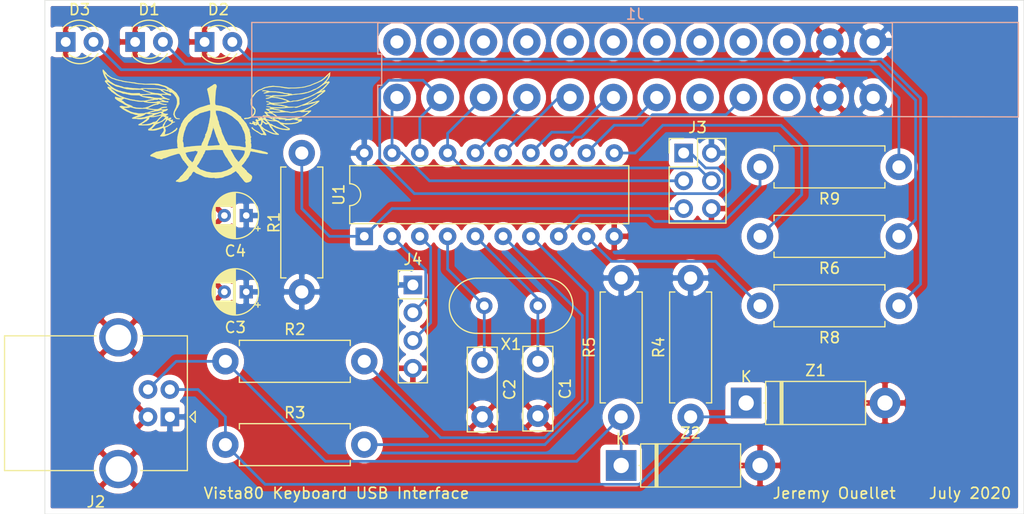
<source format=kicad_pcb>
(kicad_pcb (version 20171130) (host pcbnew "(5.1.6)-1")
  (layers (0 F.Cu signal) (31 B.Cu signal) (34 B.Paste user) (35 F.Paste user) (36 B.SilkS user) (37 F.SilkS user) (38 B.Mask user) (39 F.Mask user) (44 Edge.Cuts user))
  (net 0 "")
  (net 1 GND)
  (net 2 "Net-(C1-Pad1)")
  (net 3 "Net-(C2-Pad1)")
  (net 4 +5V)
  (net 5 "Net-(D1-Pad2)")
  (net 6 "Net-(D2-Pad2)")
  (net 7 "Net-(D3-Pad2)")
  (net 8 "Net-(J1-Pad10)")
  (net 9 "Net-(J1-Pad15)")
  (net 10 "Net-(J1-Pad9)")
  (net 11 "Net-(J1-Pad16)")
  (net 12 "Net-(J1-Pad8)")
  (net 13 "Net-(J1-Pad17)")
  (net 14 "Net-(J1-Pad7)")
  (net 15 "Net-(J1-Pad18)")
  (net 16 "Net-(J1-Pad6)")
  (net 17 "Net-(J1-Pad19)")
  (net 18 "Net-(J1-Pad5)")
  (net 19 "Net-(J1-Pad20)")
  (net 20 "Net-(J1-Pad4)")
  (net 21 "Net-(J1-Pad21)")
  (net 22 "Net-(J1-Pad3)")
  (net 23 "Net-(J1-Pad22)")
  (net 24 "Net-(J1-Pad2)")
  (net 25 "Net-(J1-Pad23)")
  (net 26 "Net-(J1-Pad1)")
  (net 27 "Net-(J1-Pad24)")
  (net 28 "Net-(J2-Pad3)")
  (net 29 "Net-(J2-Pad2)")
  (net 30 RST)
  (net 31 T2)
  (net 32 T1)
  (net 33 D+)
  (net 34 D-)
  (net 35 "Net-(R6-Pad2)")
  (net 36 "Net-(R8-Pad2)")
  (net 37 "Net-(R9-Pad2)")
  (module CardEdge:DIP-24_200 (layer B.Cu) (at 143.51 73.66)
    (fp_text reference J1 (at 0 -5.08) (layer B.SilkS) (effects (justify mirror)))
    (fp_text value CardEdge24)
    (pad 12 thru_hole circle (at 21.78 -2.54) (size 2.5 2.5) (drill 1.2) (layers *.Cu *.Mask) (net 4 +5V))
    (pad 13 thru_hole circle (at 21.78 2.54) (size 2.5 2.5) (drill 1.2) (layers *.Cu *.Mask) (net 4 +5V))
    (pad 11 thru_hole circle (at 17.82 -2.54) (size 2.5 2.5) (drill 1.2) (layers *.Cu *.Mask) (net 1 GND))
    (pad 14 thru_hole circle (at 17.82 2.54) (size 2.5 2.5) (drill 1.2) (layers *.Cu *.Mask) (net 1 GND))
    (pad 10 thru_hole circle (at 13.86 -2.54) (size 2.5 2.5) (drill 1.2) (layers *.Cu *.Mask) (net 8 "Net-(J1-Pad10)"))
    (pad 15 thru_hole circle (at 13.86 2.54) (size 2.5 2.5) (drill 1.2) (layers *.Cu *.Mask) (net 9 "Net-(J1-Pad15)"))
    (pad 9 thru_hole circle (at 9.9 -2.54) (size 2.5 2.5) (drill 1.2) (layers *.Cu *.Mask) (net 10 "Net-(J1-Pad9)"))
    (pad 16 thru_hole circle (at 9.9 2.54) (size 2.5 2.5) (drill 1.2) (layers *.Cu *.Mask) (net 11 "Net-(J1-Pad16)"))
    (pad 8 thru_hole circle (at 5.94 -2.54) (size 2.5 2.5) (drill 1.2) (layers *.Cu *.Mask) (net 12 "Net-(J1-Pad8)"))
    (pad 17 thru_hole circle (at 5.94 2.54) (size 2.5 2.5) (drill 1.2) (layers *.Cu *.Mask) (net 13 "Net-(J1-Pad17)"))
    (pad 7 thru_hole circle (at 1.98 -2.54) (size 2.5 2.5) (drill 1.2) (layers *.Cu *.Mask) (net 14 "Net-(J1-Pad7)"))
    (pad 18 thru_hole circle (at 1.98 2.54) (size 2.5 2.5) (drill 1.2) (layers *.Cu *.Mask) (net 15 "Net-(J1-Pad18)"))
    (pad 6 thru_hole circle (at -1.98 -2.54) (size 2.5 2.5) (drill 1.2) (layers *.Cu *.Mask) (net 16 "Net-(J1-Pad6)"))
    (pad 19 thru_hole circle (at -1.98 2.54) (size 2.5 2.5) (drill 1.2) (layers *.Cu *.Mask) (net 17 "Net-(J1-Pad19)"))
    (pad 5 thru_hole circle (at -5.94 -2.54) (size 2.5 2.5) (drill 1.2) (layers *.Cu *.Mask) (net 18 "Net-(J1-Pad5)"))
    (pad 20 thru_hole circle (at -5.94 2.54) (size 2.5 2.5) (drill 1.2) (layers *.Cu *.Mask) (net 19 "Net-(J1-Pad20)"))
    (pad 4 thru_hole circle (at -9.9 -2.54) (size 2.5 2.5) (drill 1.2) (layers *.Cu *.Mask) (net 20 "Net-(J1-Pad4)"))
    (pad 21 thru_hole circle (at -9.9 2.54) (size 2.5 2.5) (drill 1.2) (layers *.Cu *.Mask) (net 21 "Net-(J1-Pad21)"))
    (pad 3 thru_hole circle (at -13.86 -2.54) (size 2.5 2.5) (drill 1.2) (layers *.Cu *.Mask) (net 22 "Net-(J1-Pad3)"))
    (pad 22 thru_hole circle (at -13.86 2.54) (size 2.5 2.5) (drill 1.2) (layers *.Cu *.Mask) (net 23 "Net-(J1-Pad22)"))
    (pad 2 thru_hole circle (at -17.82 -2.54) (size 2.5 2.5) (drill 1.2) (layers *.Cu *.Mask) (net 24 "Net-(J1-Pad2)"))
    (pad 23 thru_hole circle (at -17.82 2.54) (size 2.5 2.5) (drill 1.2) (layers *.Cu *.Mask) (net 25 "Net-(J1-Pad23)"))
    (pad 1 thru_hole circle (at -21.78 -2.54) (size 2.5 2.5) (drill 1.2) (layers *.Cu *.Mask) (net 26 "Net-(J1-Pad1)"))
    (pad 24 thru_hole circle (at -21.78 2.54) (size 2.5 2.5) (drill 1.2) (layers *.Cu *.Mask) (net 27 "Net-(J1-Pad24)"))
  )
  (module CardEdge:logo (layer F.Cu) (at 105.41 79.375)
    (fp_text reference G*** hide)
    (fp_text value LOGO hide)
  )
  (module Diode_THT:D_5W_P12.70mm_Horizontal (layer F.Cu) (at 142.24 109.855)
    (fp_text reference Z2 (at 6.35 -2.97) (layer F.SilkS))
    (fp_text value 3V6)
    (fp_text user K (at 0 -2.4) (layer F.SilkS))
    (pad 2 thru_hole oval (at 12.7 0) (size 2.8 2.8) (drill 1.4) (layers *.Cu *.Mask) (net 1 GND))
    (pad 1 thru_hole rect (at 0 0) (size 2.8 2.8) (drill 1.4) (layers *.Cu *.Mask) (net 28 "Net-(J2-Pad3)"))
  )
  (module Diode_THT:D_5W_P12.70mm_Horizontal (layer F.Cu) (at 153.67 104.14)
    (fp_text reference Z1 (at 6.35 -2.97) (layer F.SilkS))
    (fp_text value 3V6)
    (fp_text user K (at 0 -2.4) (layer F.SilkS))
    (pad 2 thru_hole oval (at 12.7 0) (size 2.8 2.8) (drill 1.4) (layers *.Cu *.Mask) (net 1 GND))
    (pad 1 thru_hole rect (at 0 0) (size 2.8 2.8) (drill 1.4) (layers *.Cu *.Mask) (net 29 "Net-(J2-Pad2)"))
  )
  (module Crystal:Crystal_HC18-U_Vertical (layer F.Cu) (at 134.62 95.25 180)
    (fp_text reference X1 (at 2.45 -3.525) (layer F.SilkS))
    (fp_text value 12Mhz)
    (pad 2 thru_hole circle (at 4.9 0 180) (size 1.5 1.5) (drill 0.8) (layers *.Cu *.Mask) (net 3 "Net-(C2-Pad1)"))
    (pad 1 thru_hole circle (at 0 0 180) (size 1.5 1.5) (drill 0.8) (layers *.Cu *.Mask) (net 2 "Net-(C1-Pad1)"))
  )
  (module Package_DIP:DIP-20_W7.62mm (layer F.Cu) (at 118.745 88.9 90)
    (fp_text reference U1 (at 3.81 -2.33 90) (layer F.SilkS))
    (fp_text value ATtiny4313-PU)
    (pad 20 thru_hole oval (at 7.62 0 90) (size 1.6 1.6) (drill 0.8) (layers *.Cu *.Mask) (net 4 +5V))
    (pad 10 thru_hole oval (at 0 22.86 90) (size 1.6 1.6) (drill 0.8) (layers *.Cu *.Mask) (net 1 GND))
    (pad 19 thru_hole oval (at 7.62 2.54 90) (size 1.6 1.6) (drill 0.8) (layers *.Cu *.Mask) (net 27 "Net-(J1-Pad24)"))
    (pad 9 thru_hole oval (at 0 20.32 90) (size 1.6 1.6) (drill 0.8) (layers *.Cu *.Mask) (net 36 "Net-(R8-Pad2)"))
    (pad 18 thru_hole oval (at 7.62 5.08 90) (size 1.6 1.6) (drill 0.8) (layers *.Cu *.Mask) (net 25 "Net-(J1-Pad23)"))
    (pad 8 thru_hole oval (at 0 17.78 90) (size 1.6 1.6) (drill 0.8) (layers *.Cu *.Mask) (net 37 "Net-(R9-Pad2)"))
    (pad 17 thru_hole oval (at 7.62 7.62 90) (size 1.6 1.6) (drill 0.8) (layers *.Cu *.Mask) (net 23 "Net-(J1-Pad22)"))
    (pad 7 thru_hole oval (at 0 15.24 90) (size 1.6 1.6) (drill 0.8) (layers *.Cu *.Mask) (net 34 D-))
    (pad 16 thru_hole oval (at 7.62 10.16 90) (size 1.6 1.6) (drill 0.8) (layers *.Cu *.Mask) (net 21 "Net-(J1-Pad21)"))
    (pad 6 thru_hole oval (at 0 12.7 90) (size 1.6 1.6) (drill 0.8) (layers *.Cu *.Mask) (net 33 D+))
    (pad 15 thru_hole oval (at 7.62 12.7 90) (size 1.6 1.6) (drill 0.8) (layers *.Cu *.Mask) (net 19 "Net-(J1-Pad20)"))
    (pad 5 thru_hole oval (at 0 10.16 90) (size 1.6 1.6) (drill 0.8) (layers *.Cu *.Mask) (net 2 "Net-(C1-Pad1)"))
    (pad 14 thru_hole oval (at 7.62 15.24 90) (size 1.6 1.6) (drill 0.8) (layers *.Cu *.Mask) (net 17 "Net-(J1-Pad19)"))
    (pad 4 thru_hole oval (at 0 7.62 90) (size 1.6 1.6) (drill 0.8) (layers *.Cu *.Mask) (net 3 "Net-(C2-Pad1)"))
    (pad 13 thru_hole oval (at 7.62 17.78 90) (size 1.6 1.6) (drill 0.8) (layers *.Cu *.Mask) (net 15 "Net-(J1-Pad18)"))
    (pad 3 thru_hole oval (at 0 5.08 90) (size 1.6 1.6) (drill 0.8) (layers *.Cu *.Mask) (net 31 T2))
    (pad 12 thru_hole oval (at 7.62 20.32 90) (size 1.6 1.6) (drill 0.8) (layers *.Cu *.Mask) (net 11 "Net-(J1-Pad16)"))
    (pad 2 thru_hole oval (at 0 2.54 90) (size 1.6 1.6) (drill 0.8) (layers *.Cu *.Mask) (net 32 T1))
    (pad 11 thru_hole oval (at 7.62 22.86 90) (size 1.6 1.6) (drill 0.8) (layers *.Cu *.Mask) (net 35 "Net-(R6-Pad2)"))
    (pad 1 thru_hole rect (at 0 0 90) (size 1.6 1.6) (drill 0.8) (layers *.Cu *.Mask) (net 30 RST))
  )
  (module Resistor_THT:R_Axial_DIN0411_L9.9mm_D3.6mm_P12.70mm_Horizontal (layer F.Cu) (at 167.64 82.55 180)
    (fp_text reference R9 (at 6.35 -2.92) (layer F.SilkS))
    (fp_text value 220R)
    (pad 2 thru_hole oval (at 12.7 0 180) (size 2.4 2.4) (drill 1.2) (layers *.Cu *.Mask) (net 37 "Net-(R9-Pad2)"))
    (pad 1 thru_hole circle (at 0 0 180) (size 2.4 2.4) (drill 1.2) (layers *.Cu *.Mask) (net 7 "Net-(D3-Pad2)"))
  )
  (module Resistor_THT:R_Axial_DIN0411_L9.9mm_D3.6mm_P12.70mm_Horizontal (layer F.Cu) (at 167.64 95.25 180)
    (fp_text reference R8 (at 6.35 -2.92) (layer F.SilkS))
    (fp_text value 220R)
    (pad 2 thru_hole oval (at 12.7 0 180) (size 2.4 2.4) (drill 1.2) (layers *.Cu *.Mask) (net 36 "Net-(R8-Pad2)"))
    (pad 1 thru_hole circle (at 0 0 180) (size 2.4 2.4) (drill 1.2) (layers *.Cu *.Mask) (net 6 "Net-(D2-Pad2)"))
  )
  (module Resistor_THT:R_Axial_DIN0411_L9.9mm_D3.6mm_P12.70mm_Horizontal (layer F.Cu) (at 167.64 88.9 180)
    (fp_text reference R6 (at 6.35 -2.92) (layer F.SilkS))
    (fp_text value 220R)
    (pad 2 thru_hole oval (at 12.7 0 180) (size 2.4 2.4) (drill 1.2) (layers *.Cu *.Mask) (net 35 "Net-(R6-Pad2)"))
    (pad 1 thru_hole circle (at 0 0 180) (size 2.4 2.4) (drill 1.2) (layers *.Cu *.Mask) (net 5 "Net-(D1-Pad2)"))
  )
  (module Resistor_THT:R_Axial_DIN0411_L9.9mm_D3.6mm_P12.70mm_Horizontal (layer F.Cu) (at 142.24 105.41 90)
    (fp_text reference R5 (at 6.35 -2.92 90) (layer F.SilkS))
    (fp_text value 1M)
    (pad 2 thru_hole oval (at 12.7 0 90) (size 2.4 2.4) (drill 1.2) (layers *.Cu *.Mask) (net 4 +5V))
    (pad 1 thru_hole circle (at 0 0 90) (size 2.4 2.4) (drill 1.2) (layers *.Cu *.Mask) (net 28 "Net-(J2-Pad3)"))
  )
  (module Resistor_THT:R_Axial_DIN0411_L9.9mm_D3.6mm_P12.70mm_Horizontal (layer F.Cu) (at 148.59 105.41 90)
    (fp_text reference R4 (at 6.35 -2.92 90) (layer F.SilkS))
    (fp_text value 1K5)
    (pad 2 thru_hole oval (at 12.7 0 90) (size 2.4 2.4) (drill 1.2) (layers *.Cu *.Mask) (net 4 +5V))
    (pad 1 thru_hole circle (at 0 0 90) (size 2.4 2.4) (drill 1.2) (layers *.Cu *.Mask) (net 29 "Net-(J2-Pad2)"))
  )
  (module Resistor_THT:R_Axial_DIN0411_L9.9mm_D3.6mm_P12.70mm_Horizontal (layer F.Cu) (at 106.045 107.95)
    (fp_text reference R3 (at 6.35 -2.92) (layer F.SilkS))
    (fp_text value 68R)
    (pad 2 thru_hole oval (at 12.7 0) (size 2.4 2.4) (drill 1.2) (layers *.Cu *.Mask) (net 34 D-))
    (pad 1 thru_hole circle (at 0 0) (size 2.4 2.4) (drill 1.2) (layers *.Cu *.Mask) (net 29 "Net-(J2-Pad2)"))
  )
  (module Resistor_THT:R_Axial_DIN0411_L9.9mm_D3.6mm_P12.70mm_Horizontal (layer F.Cu) (at 106.045 100.33)
    (fp_text reference R2 (at 6.35 -2.92) (layer F.SilkS))
    (fp_text value 68R)
    (pad 2 thru_hole oval (at 12.7 0) (size 2.4 2.4) (drill 1.2) (layers *.Cu *.Mask) (net 33 D+))
    (pad 1 thru_hole circle (at 0 0) (size 2.4 2.4) (drill 1.2) (layers *.Cu *.Mask) (net 28 "Net-(J2-Pad3)"))
  )
  (module Resistor_THT:R_Axial_DIN0411_L9.9mm_D3.6mm_P12.70mm_Horizontal (layer F.Cu) (at 113.03 81.28 270)
    (fp_text reference R1 (at 6.35 2.54 90) (layer F.SilkS))
    (fp_text value 4K7)
    (pad 2 thru_hole oval (at 12.7 0 270) (size 2.4 2.4) (drill 1.2) (layers *.Cu *.Mask) (net 4 +5V))
    (pad 1 thru_hole circle (at 0 0 270) (size 2.4 2.4) (drill 1.2) (layers *.Cu *.Mask) (net 30 RST))
  )
  (module Connector_PinHeader_2.54mm:PinHeader_1x04_P2.54mm_Vertical (layer F.Cu) (at 123.19 93.345)
    (fp_text reference J4 (at 0 -2.33) (layer F.SilkS))
    (fp_text value Test)
    (pad 1 thru_hole rect (at 0 0) (size 1.7 1.7) (drill 1) (layers *.Cu *.Mask) (net 4 +5V))
    (pad 2 thru_hole oval (at 0 2.54) (size 1.7 1.7) (drill 1) (layers *.Cu *.Mask) (net 32 T1))
    (pad 3 thru_hole oval (at 0 5.08) (size 1.7 1.7) (drill 1) (layers *.Cu *.Mask) (net 31 T2))
    (pad 4 thru_hole oval (at 0 7.62) (size 1.7 1.7) (drill 1) (layers *.Cu *.Mask) (net 1 GND))
  )
  (module Connector_PinHeader_2.54mm:PinHeader_2x03_P2.54mm_Vertical (layer F.Cu) (at 147.955 81.28)
    (fp_text reference J3 (at 1.27 -2.33) (layer F.SilkS))
    (fp_text value ISP)
    (pad 6 thru_hole oval (at 2.54 5.08) (size 1.7 1.7) (drill 1) (layers *.Cu *.Mask) (net 1 GND))
    (pad 5 thru_hole oval (at 0 5.08) (size 1.7 1.7) (drill 1) (layers *.Cu *.Mask) (net 30 RST))
    (pad 4 thru_hole oval (at 2.54 2.54) (size 1.7 1.7) (drill 1) (layers *.Cu *.Mask) (net 23 "Net-(J1-Pad22)"))
    (pad 3 thru_hole oval (at 0 2.54) (size 1.7 1.7) (drill 1) (layers *.Cu *.Mask) (net 27 "Net-(J1-Pad24)"))
    (pad 2 thru_hole oval (at 2.54 0) (size 1.7 1.7) (drill 1) (layers *.Cu *.Mask) (net 4 +5V))
    (pad 1 thru_hole rect (at 0 0) (size 1.7 1.7) (drill 1) (layers *.Cu *.Mask) (net 25 "Net-(J1-Pad23)"))
  )
  (module Connector_USB:USB_B_OST_USB-B1HSxx_Horizontal (layer F.Cu) (at 100.965 105.41 180)
    (fp_text reference J2 (at 6.76 -7.77) (layer F.SilkS))
    (fp_text value USB)
    (pad 5 thru_hole circle (at 4.71 7.27 180) (size 3.5 3.5) (drill 2.33) (layers *.Cu *.Mask) (net 1 GND))
    (pad 5 thru_hole circle (at 4.71 -4.77 180) (size 3.5 3.5) (drill 2.33) (layers *.Cu *.Mask) (net 1 GND))
    (pad 4 thru_hole circle (at 2 0 180) (size 1.7 1.7) (drill 0.92) (layers *.Cu *.Mask) (net 1 GND))
    (pad 3 thru_hole circle (at 2 2.5 180) (size 1.7 1.7) (drill 0.92) (layers *.Cu *.Mask) (net 28 "Net-(J2-Pad3)"))
    (pad 2 thru_hole circle (at 0 2.5 180) (size 1.7 1.7) (drill 0.92) (layers *.Cu *.Mask) (net 29 "Net-(J2-Pad2)"))
    (pad 1 thru_hole rect (at 0 0 180) (size 1.7 1.7) (drill 0.92) (layers *.Cu *.Mask) (net 4 +5V))
  )
  (module LED_THT:LED_D3.0mm (layer F.Cu) (at 91.44 71.12)
    (fp_text reference D3 (at 1.27 -2.96) (layer F.SilkS))
    (fp_text value SCROLL)
    (pad 1 thru_hole rect (at 0 0) (size 1.8 1.8) (drill 0.9) (layers *.Cu *.Mask) (net 1 GND))
    (pad 2 thru_hole circle (at 2.54 0) (size 1.8 1.8) (drill 0.9) (layers *.Cu *.Mask) (net 7 "Net-(D3-Pad2)"))
  )
  (module LED_THT:LED_D3.0mm (layer F.Cu) (at 104.14 71.12)
    (fp_text reference D2 (at 1.27 -2.96) (layer F.SilkS))
    (fp_text value NUM)
    (pad 1 thru_hole rect (at 0 0) (size 1.8 1.8) (drill 0.9) (layers *.Cu *.Mask) (net 1 GND))
    (pad 2 thru_hole circle (at 2.54 0) (size 1.8 1.8) (drill 0.9) (layers *.Cu *.Mask) (net 6 "Net-(D2-Pad2)"))
  )
  (module LED_THT:LED_D3.0mm (layer F.Cu) (at 97.79 71.12)
    (fp_text reference D1 (at 1.27 -2.96) (layer F.SilkS))
    (fp_text value CAPS)
    (pad 1 thru_hole rect (at 0 0) (size 1.8 1.8) (drill 0.9) (layers *.Cu *.Mask) (net 1 GND))
    (pad 2 thru_hole circle (at 2.54 0) (size 1.8 1.8) (drill 0.9) (layers *.Cu *.Mask) (net 5 "Net-(D1-Pad2)"))
  )
  (module Capacitor_THT:CP_Radial_D4.0mm_P2.00mm (layer F.Cu) (at 107.95 86.995 180)
    (fp_text reference C4 (at 1 -3.25) (layer F.SilkS))
    (fp_text value 0.1uF)
    (pad 2 thru_hole circle (at 2 0 180) (size 1.2 1.2) (drill 0.6) (layers *.Cu *.Mask) (net 1 GND))
    (pad 1 thru_hole rect (at 0 0 180) (size 1.2 1.2) (drill 0.6) (layers *.Cu *.Mask) (net 4 +5V))
  )
  (module Capacitor_THT:CP_Radial_D4.0mm_P2.00mm (layer F.Cu) (at 107.95 93.98 180)
    (fp_text reference C3 (at 1 -3.25) (layer F.SilkS))
    (fp_text value 10uF)
    (pad 2 thru_hole circle (at 2 0 180) (size 1.2 1.2) (drill 0.6) (layers *.Cu *.Mask) (net 1 GND))
    (pad 1 thru_hole rect (at 0 0 180) (size 1.2 1.2) (drill 0.6) (layers *.Cu *.Mask) (net 4 +5V))
  )
  (module Capacitor_THT:C_Disc_D7.5mm_W2.5mm_P5.00mm (layer F.Cu) (at 129.54 100.41 270)
    (fp_text reference C2 (at 2.5 -2.5 90) (layer F.SilkS))
    (fp_text value 27pF)
    (pad 2 thru_hole circle (at 5 0 270) (size 2 2) (drill 1) (layers *.Cu *.Mask) (net 1 GND))
    (pad 1 thru_hole circle (at 0 0 270) (size 2 2) (drill 1) (layers *.Cu *.Mask) (net 3 "Net-(C2-Pad1)"))
  )
  (module Capacitor_THT:C_Disc_D7.5mm_W2.5mm_P5.00mm (layer F.Cu) (at 134.62 100.33 270)
    (fp_text reference C1 (at 2.5 -2.5 90) (layer F.SilkS))
    (fp_text value 27pF)
    (pad 2 thru_hole circle (at 5 0 270) (size 2 2) (drill 1) (layers *.Cu *.Mask) (net 1 GND))
    (pad 1 thru_hole circle (at 0 0 270) (size 2 2) (drill 1) (layers *.Cu *.Mask) (net 2 "Net-(C1-Pad1)"))
  )
  (gr_line (start 179.07 67.31) (end 89.535 67.31) (layer Edge.Cuts) (width 0.05))
  (gr_line (start 179.07 114.3) (end 179.07 67.31) (layer Edge.Cuts) (width 0.05))
  (gr_line (start 89.535 114.3) (end 179.07 114.3) (layer Edge.Cuts) (width 0.05))
  (gr_line (start 89.535 67.31) (end 89.535 114.3) (layer Edge.Cuts) (width 0.05))
  (gr_text "Jeremy Ouellet    July 2020" (at 167.005 112.395) (layer F.SilkS) (effects (font (size 1 1))))
  (gr_text "Vista80 Keyboard USB Interface" (at 116.205 112.395) (layer F.SilkS) (effects (font (size 1 1))))
  (segment (start 134.62 94.615) (end 134.62 95.25) (width 0.25) (layer B.Cu) (net 2))
  (segment (start 128.905 88.9) (end 134.62 94.615) (width 0.25) (layer B.Cu) (net 2))
  (segment (start 134.62 95.25) (end 134.62 100.33) (width 0.25) (layer B.Cu) (net 2))
  (segment (start 126.365 91.895) (end 129.72 95.25) (width 0.25) (layer B.Cu) (net 3))
  (segment (start 126.365 88.9) (end 126.365 91.895) (width 0.25) (layer B.Cu) (net 3))
  (segment (start 129.72 100.23) (end 129.54 100.41) (width 0.25) (layer B.Cu) (net 3))
  (segment (start 129.72 95.25) (end 129.72 100.23) (width 0.25) (layer B.Cu) (net 3))
  (segment (start 165.29 71.12) (end 167.64 71.12) (width 0.75) (layer B.Cu) (net 4))
  (segment (start 169.165001 76.455001) (end 165.855011 73.145011) (width 0.25) (layer B.Cu) (net 5))
  (segment (start 167.64 88.9) (end 169.165001 87.374999) (width 0.25) (layer B.Cu) (net 5))
  (segment (start 169.165001 87.374999) (end 169.165001 76.455001) (width 0.25) (layer B.Cu) (net 5))
  (segment (start 102.355011 73.145011) (end 100.33 71.12) (width 0.25) (layer B.Cu) (net 5))
  (segment (start 165.855011 73.145011) (end 102.355011 73.145011) (width 0.25) (layer B.Cu) (net 5))
  (segment (start 169.61501 76.2686) (end 166.041411 72.695001) (width 0.25) (layer B.Cu) (net 6))
  (segment (start 169.61501 93.27499) (end 169.61501 76.2686) (width 0.25) (layer B.Cu) (net 6))
  (segment (start 167.64 95.25) (end 169.61501 93.27499) (width 0.25) (layer B.Cu) (net 6))
  (segment (start 108.255001 72.695001) (end 106.68 71.12) (width 0.25) (layer B.Cu) (net 6))
  (segment (start 166.041411 72.695001) (end 108.255001 72.695001) (width 0.25) (layer B.Cu) (net 6))
  (segment (start 167.64 76.218998) (end 165.081002 73.66) (width 0.25) (layer B.Cu) (net 7))
  (segment (start 167.64 82.55) (end 167.64 76.218998) (width 0.25) (layer B.Cu) (net 7))
  (segment (start 96.52 73.66) (end 93.98 71.12) (width 0.25) (layer B.Cu) (net 7))
  (segment (start 165.081002 73.66) (end 96.52 73.66) (width 0.25) (layer B.Cu) (net 7))
  (segment (start 151.834999 77.775001) (end 145.109999 77.775001) (width 0.25) (layer B.Cu) (net 11))
  (segment (start 153.41 76.2) (end 151.834999 77.775001) (width 0.25) (layer B.Cu) (net 11))
  (segment (start 145.109999 77.775001) (end 144.145 78.74) (width 0.25) (layer B.Cu) (net 11))
  (segment (start 141.605 78.74) (end 139.065 81.28) (width 0.25) (layer B.Cu) (net 11))
  (segment (start 144.145 78.74) (end 141.605 78.74) (width 0.25) (layer B.Cu) (net 11))
  (segment (start 137.979991 79.825009) (end 138.614991 79.825009) (width 0.25) (layer B.Cu) (net 15))
  (segment (start 136.525 81.28) (end 137.979991 79.825009) (width 0.25) (layer B.Cu) (net 15))
  (segment (start 138.614991 79.825009) (end 140.335 78.105) (width 0.25) (layer B.Cu) (net 15))
  (segment (start 143.585 78.105) (end 145.49 76.2) (width 0.25) (layer B.Cu) (net 15))
  (segment (start 140.335 78.105) (end 143.585 78.105) (width 0.25) (layer B.Cu) (net 15))
  (segment (start 140.97 76.2) (end 141.53 76.2) (width 0.25) (layer B.Cu) (net 17))
  (segment (start 137.795 79.375) (end 140.97 76.2) (width 0.25) (layer B.Cu) (net 17))
  (segment (start 133.985 81.28) (end 135.89 79.375) (width 0.25) (layer B.Cu) (net 17))
  (segment (start 135.89 79.375) (end 137.795 79.375) (width 0.25) (layer B.Cu) (net 17))
  (segment (start 136.525 76.2) (end 137.57 76.2) (width 0.25) (layer B.Cu) (net 19))
  (segment (start 131.445 81.28) (end 136.525 76.2) (width 0.25) (layer B.Cu) (net 19))
  (segment (start 133.61 76.575) (end 133.61 76.2) (width 0.25) (layer B.Cu) (net 21))
  (segment (start 128.905 81.28) (end 133.61 76.575) (width 0.25) (layer B.Cu) (net 21))
  (segment (start 126.365 79.485) (end 129.65 76.2) (width 0.25) (layer B.Cu) (net 23))
  (segment (start 126.365 81.28) (end 126.365 79.485) (width 0.25) (layer B.Cu) (net 23))
  (segment (start 127.729999 82.644999) (end 126.365 81.28) (width 0.25) (layer B.Cu) (net 23))
  (segment (start 149.319999 82.644999) (end 127.729999 82.644999) (width 0.25) (layer B.Cu) (net 23))
  (segment (start 150.495 83.82) (end 149.319999 82.644999) (width 0.25) (layer B.Cu) (net 23))
  (segment (start 120.973999 74.624999) (end 124.114999 74.624999) (width 0.25) (layer B.Cu) (net 25))
  (segment (start 124.114999 74.624999) (end 125.69 76.2) (width 0.25) (layer B.Cu) (net 25))
  (segment (start 120.154999 75.443999) (end 120.973999 74.624999) (width 0.25) (layer B.Cu) (net 25))
  (segment (start 120.154999 81.815001) (end 120.154999 75.443999) (width 0.25) (layer B.Cu) (net 25))
  (segment (start 123.334999 84.995001) (end 120.154999 81.815001) (width 0.25) (layer B.Cu) (net 25))
  (segment (start 151.059001 84.995001) (end 123.334999 84.995001) (width 0.25) (layer B.Cu) (net 25))
  (segment (start 151.670001 84.384001) (end 151.059001 84.995001) (width 0.25) (layer B.Cu) (net 25))
  (segment (start 151.670001 83.255999) (end 151.670001 84.384001) (width 0.25) (layer B.Cu) (net 25))
  (segment (start 151.059001 82.644999) (end 151.670001 83.255999) (width 0.25) (layer B.Cu) (net 25))
  (segment (start 149.956409 82.644999) (end 151.059001 82.644999) (width 0.25) (layer B.Cu) (net 25))
  (segment (start 148.59141 81.28) (end 149.956409 82.644999) (width 0.25) (layer B.Cu) (net 25))
  (segment (start 147.955 81.28) (end 148.59141 81.28) (width 0.25) (layer B.Cu) (net 25))
  (segment (start 125.69 76.2) (end 123.825 78.065) (width 0.25) (layer B.Cu) (net 25))
  (segment (start 123.825 78.065) (end 123.825 81.28) (width 0.25) (layer B.Cu) (net 25))
  (segment (start 121.285 76.645) (end 121.73 76.2) (width 0.25) (layer B.Cu) (net 27))
  (segment (start 121.285 81.28) (end 121.285 76.645) (width 0.25) (layer B.Cu) (net 27))
  (segment (start 122.159998 81.28) (end 121.285 81.28) (width 0.25) (layer B.Cu) (net 27))
  (segment (start 124.699998 83.82) (end 122.159998 81.28) (width 0.25) (layer B.Cu) (net 27))
  (segment (start 147.955 83.82) (end 124.699998 83.82) (width 0.25) (layer B.Cu) (net 27))
  (segment (start 101.545 100.33) (end 106.045 100.33) (width 0.25) (layer B.Cu) (net 28))
  (segment (start 98.965 102.91) (end 101.545 100.33) (width 0.25) (layer B.Cu) (net 28))
  (segment (start 138.174999 109.475001) (end 142.24 105.41) (width 0.25) (layer B.Cu) (net 28))
  (segment (start 115.190001 109.475001) (end 138.174999 109.475001) (width 0.25) (layer B.Cu) (net 28))
  (segment (start 106.045 100.33) (end 115.190001 109.475001) (width 0.25) (layer B.Cu) (net 28))
  (segment (start 142.24 105.41) (end 142.24 109.855) (width 0.25) (layer B.Cu) (net 28))
  (segment (start 100.965 102.91) (end 103.545 102.91) (width 0.25) (layer B.Cu) (net 29))
  (segment (start 106.045 105.41) (end 106.045 107.95) (width 0.25) (layer B.Cu) (net 29))
  (segment (start 103.545 102.91) (end 106.045 105.41) (width 0.25) (layer B.Cu) (net 29))
  (segment (start 109.675001 111.580001) (end 143.900001 111.580001) (width 0.25) (layer B.Cu) (net 29))
  (segment (start 148.59 106.890002) (end 148.59 105.41) (width 0.25) (layer B.Cu) (net 29))
  (segment (start 143.900001 111.580001) (end 148.59 106.890002) (width 0.25) (layer B.Cu) (net 29))
  (segment (start 106.045 107.95) (end 109.675001 111.580001) (width 0.25) (layer B.Cu) (net 29))
  (segment (start 152.4 105.41) (end 153.67 104.14) (width 0.25) (layer B.Cu) (net 29))
  (segment (start 148.59 105.41) (end 152.4 105.41) (width 0.25) (layer B.Cu) (net 29))
  (segment (start 121.285 86.36) (end 118.745 88.9) (width 0.25) (layer B.Cu) (net 30))
  (segment (start 147.955 86.36) (end 121.285 86.36) (width 0.25) (layer B.Cu) (net 30))
  (segment (start 113.03 81.28) (end 113.03 86.36) (width 0.25) (layer B.Cu) (net 30))
  (segment (start 115.57 88.9) (end 118.745 88.9) (width 0.25) (layer B.Cu) (net 30))
  (segment (start 113.03 86.36) (end 115.57 88.9) (width 0.25) (layer B.Cu) (net 30))
  (segment (start 124.81501 89.89001) (end 123.825 88.9) (width 0.25) (layer B.Cu) (net 31))
  (segment (start 124.81501 96.79999) (end 124.81501 89.89001) (width 0.25) (layer B.Cu) (net 31))
  (segment (start 123.19 98.425) (end 124.81501 96.79999) (width 0.25) (layer B.Cu) (net 31))
  (segment (start 124.365001 91.980001) (end 121.285 88.9) (width 0.25) (layer B.Cu) (net 32))
  (segment (start 124.365001 94.709999) (end 124.365001 91.980001) (width 0.25) (layer B.Cu) (net 32))
  (segment (start 123.19 95.885) (end 124.365001 94.709999) (width 0.25) (layer B.Cu) (net 32))
  (segment (start 118.745 100.33) (end 125.73 107.315) (width 0.25) (layer B.Cu) (net 33))
  (segment (start 125.73 107.315) (end 135.255 107.315) (width 0.25) (layer B.Cu) (net 33))
  (segment (start 138.685001 96.140001) (end 131.445 88.9) (width 0.25) (layer B.Cu) (net 33))
  (segment (start 138.685001 103.884999) (end 138.685001 96.140001) (width 0.25) (layer B.Cu) (net 33))
  (segment (start 135.255 107.315) (end 138.685001 103.884999) (width 0.25) (layer B.Cu) (net 33))
  (segment (start 139.135011 94.050011) (end 133.985 88.9) (width 0.25) (layer B.Cu) (net 34))
  (segment (start 135.25641 107.95) (end 139.135011 104.071399) (width 0.25) (layer B.Cu) (net 34))
  (segment (start 139.135011 104.071399) (end 139.135011 94.050011) (width 0.25) (layer B.Cu) (net 34))
  (segment (start 118.745 107.95) (end 135.25641 107.95) (width 0.25) (layer B.Cu) (net 34))
  (segment (start 158.75 85.09) (end 158.75 80.645) (width 0.25) (layer B.Cu) (net 35))
  (segment (start 143.51 81.28) (end 141.605 81.28) (width 0.25) (layer B.Cu) (net 35))
  (segment (start 146.05 78.74) (end 143.51 81.28) (width 0.25) (layer B.Cu) (net 35))
  (segment (start 154.94 88.9) (end 158.75 85.09) (width 0.25) (layer B.Cu) (net 35))
  (segment (start 158.75 80.645) (end 156.845 78.74) (width 0.25) (layer B.Cu) (net 35))
  (segment (start 156.845 78.74) (end 146.05 78.74) (width 0.25) (layer B.Cu) (net 35))
  (segment (start 141.349999 91.184999) (end 139.065 88.9) (width 0.25) (layer B.Cu) (net 36))
  (segment (start 150.874999 91.184999) (end 141.349999 91.184999) (width 0.25) (layer B.Cu) (net 36))
  (segment (start 154.94 95.25) (end 150.874999 91.184999) (width 0.25) (layer B.Cu) (net 36))
  (segment (start 151.652055 87.535001) (end 145.320001 87.535001) (width 0.25) (layer B.Cu) (net 37))
  (segment (start 154.94 82.55) (end 154.94 84.247056) (width 0.25) (layer B.Cu) (net 37))
  (segment (start 154.94 84.247056) (end 151.652055 87.535001) (width 0.25) (layer B.Cu) (net 37))
  (segment (start 145.320001 87.535001) (end 144.78 86.995) (width 0.25) (layer B.Cu) (net 37))
  (segment (start 138.43 86.995) (end 136.525 88.9) (width 0.25) (layer B.Cu) (net 37))
  (segment (start 144.78 86.995) (end 138.43 86.995) (width 0.25) (layer B.Cu) (net 37))
  (zone (net 1) (net_name GND) (layer F.Cu) (connect_pads (clearance 0.508)) (min_thickness 0.254) (fill yes (arc_segments 32) (thermal_gap 0.508) (thermal_bridge_width 0.508))
    (polygon (pts (xy 179.07 114.3) (xy 89.535 114.3) (xy 89.535 67.31) (xy 179.07 67.31)))
  )
  (zone (net 4) (net_name +5V) (layer B.Cu) (connect_pads (clearance 0.508)) (min_thickness 0.254) (fill yes (arc_segments 32) (thermal_gap 0.508) (thermal_bridge_width 0.508))
    (polygon (pts (xy 179.07 114.3) (xy 89.535 114.3) (xy 89.535 67.31) (xy 179.07 67.31)))
  )
)
</source>
